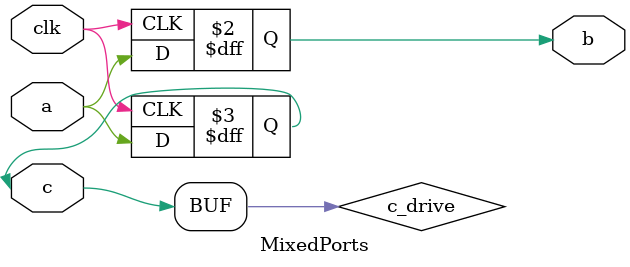
<source format=sv>
module MixedPorts(
  input logic a,
  output logic b,
  inout logic c,
  input logic clk
);

  logic c_drive;

  always_ff @(posedge clk) begin
    b <= a;
    c_drive <= a;
  end

  assign c = c_drive;

endmodule
</source>
